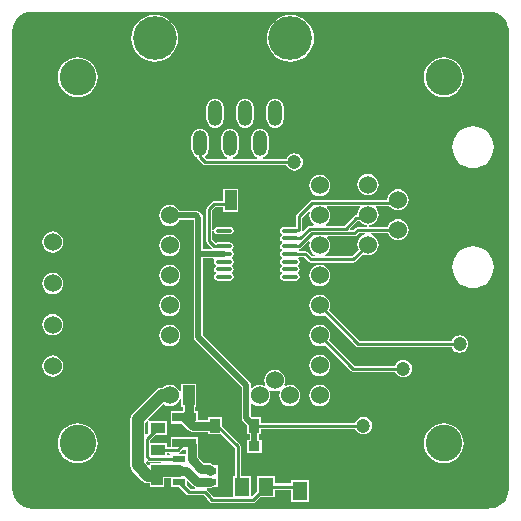
<source format=gbl>
G04*
G04 #@! TF.GenerationSoftware,Altium Limited,CircuitMaker,2.2.0 (2.2.0.5)*
G04*
G04 Layer_Physical_Order=2*
G04 Layer_Color=11436288*
%FSLAX25Y25*%
%MOIN*%
G70*
G04*
G04 #@! TF.SameCoordinates,9A8D6191-CA6A-4FCB-8608-DBD58737C46A*
G04*
G04*
G04 #@! TF.FilePolarity,Positive*
G04*
G01*
G75*
%ADD11C,0.01000*%
%ADD37C,0.01968*%
%ADD38C,0.03937*%
%ADD39C,0.00984*%
%ADD41C,0.06000*%
%ADD42O,0.04724X0.08661*%
%ADD43C,0.14567*%
%ADD44C,0.04724*%
%ADD45C,0.12205*%
%ADD46R,0.04331X0.02362*%
%ADD47R,0.03937X0.06693*%
%ADD48R,0.07874X0.03150*%
%ADD49R,0.05118X0.03543*%
%ADD50R,0.04921X0.06102*%
%ADD51R,0.03583X0.04803*%
%ADD52O,0.05512X0.01378*%
%ADD53R,0.03740X0.03347*%
%ADD54C,0.02953*%
%ADD55C,0.01575*%
%ADD56R,0.04331X0.07480*%
G36*
X258071Y264529D02*
X259312Y264407D01*
X260505Y264045D01*
X261604Y263457D01*
X262568Y262667D01*
X263359Y261703D01*
X263947Y260603D01*
X264309Y259410D01*
X264382Y258669D01*
X264354Y258169D01*
X264357Y258163D01*
X264437Y258084D01*
X264437Y257698D01*
Y105815D01*
X264431Y105315D01*
X264431Y105315D01*
X264431Y105315D01*
X264309Y104074D01*
X263947Y102881D01*
X263359Y101781D01*
X262568Y100818D01*
X261604Y100027D01*
X260505Y99439D01*
X259312Y99077D01*
X258571Y99004D01*
X258071Y99032D01*
X258065Y99029D01*
X257597Y98949D01*
X105315D01*
X105315Y98949D01*
Y98955D01*
X104074Y99077D01*
X102881Y99439D01*
X101781Y100027D01*
X100818Y100818D01*
X100027Y101781D01*
X99439Y102881D01*
X99077Y104074D01*
X99052Y104331D01*
X99032Y104823D01*
X99032Y104823D01*
X98992Y104919D01*
X98949Y105287D01*
Y258169D01*
X98949Y258169D01*
X98955D01*
X99077Y259410D01*
X99439Y260603D01*
X100027Y261703D01*
X100818Y262667D01*
X101781Y263457D01*
X102881Y264045D01*
X104074Y264407D01*
X104331Y264433D01*
X104823Y264453D01*
X104823Y264453D01*
X104919Y264493D01*
X105287Y264535D01*
X258071D01*
X258071Y264529D01*
D02*
G37*
%LPC*%
G36*
X191634Y263561D02*
X190106Y263411D01*
X188636Y262965D01*
X187282Y262241D01*
X186095Y261267D01*
X185121Y260080D01*
X184397Y258726D01*
X183951Y257257D01*
X183801Y255728D01*
X183951Y254200D01*
X184397Y252731D01*
X185121Y251377D01*
X186095Y250190D01*
X187282Y249216D01*
X188636Y248492D01*
X190106Y248046D01*
X191634Y247895D01*
X193162Y248046D01*
X194631Y248492D01*
X195986Y249216D01*
X197173Y250190D01*
X198147Y251377D01*
X198871Y252731D01*
X199316Y254200D01*
X199467Y255728D01*
X199316Y257257D01*
X198871Y258726D01*
X198147Y260080D01*
X197173Y261267D01*
X195986Y262241D01*
X194631Y262965D01*
X193162Y263411D01*
X191634Y263561D01*
D02*
G37*
G36*
X146358D02*
X144830Y263411D01*
X143361Y262965D01*
X142006Y262241D01*
X140819Y261267D01*
X139845Y260080D01*
X139121Y258726D01*
X138676Y257257D01*
X138525Y255728D01*
X138676Y254200D01*
X139121Y252731D01*
X139845Y251377D01*
X140819Y250190D01*
X142006Y249216D01*
X143361Y248492D01*
X144830Y248046D01*
X146358Y247895D01*
X147886Y248046D01*
X149356Y248492D01*
X150710Y249216D01*
X151897Y250190D01*
X152871Y251377D01*
X153595Y252731D01*
X154041Y254200D01*
X154191Y255728D01*
X154041Y257257D01*
X153595Y258726D01*
X152871Y260080D01*
X151897Y261267D01*
X150710Y262241D01*
X149356Y262965D01*
X147886Y263411D01*
X146358Y263561D01*
D02*
G37*
G36*
X242717Y249363D02*
X241420Y249235D01*
X240173Y248857D01*
X239024Y248243D01*
X238017Y247416D01*
X237191Y246409D01*
X236576Y245260D01*
X236198Y244013D01*
X236070Y242717D01*
X236198Y241420D01*
X236576Y240173D01*
X237191Y239024D01*
X238017Y238017D01*
X239024Y237191D01*
X240173Y236576D01*
X241420Y236198D01*
X242717Y236070D01*
X244013Y236198D01*
X245260Y236576D01*
X246409Y237191D01*
X247416Y238017D01*
X248243Y239024D01*
X248857Y240173D01*
X249235Y241420D01*
X249363Y242717D01*
X249235Y244013D01*
X248857Y245260D01*
X248243Y246409D01*
X247416Y247416D01*
X246409Y248243D01*
X245260Y248857D01*
X244013Y249235D01*
X242717Y249363D01*
D02*
G37*
G36*
X120669D02*
X119373Y249235D01*
X118126Y248857D01*
X116977Y248243D01*
X115970Y247416D01*
X115143Y246409D01*
X114529Y245260D01*
X114151Y244013D01*
X114023Y242717D01*
X114151Y241420D01*
X114529Y240173D01*
X115143Y239024D01*
X115970Y238017D01*
X116977Y237191D01*
X118126Y236576D01*
X119373Y236198D01*
X120669Y236070D01*
X121966Y236198D01*
X123213Y236576D01*
X124362Y237191D01*
X125369Y238017D01*
X126195Y239024D01*
X126810Y240173D01*
X127188Y241420D01*
X127315Y242717D01*
X127188Y244013D01*
X126810Y245260D01*
X126195Y246409D01*
X125369Y247416D01*
X124362Y248243D01*
X123213Y248857D01*
X121966Y249235D01*
X120669Y249363D01*
D02*
G37*
G36*
X186496Y235596D02*
X185746Y235497D01*
X185047Y235207D01*
X184446Y234747D01*
X183986Y234146D01*
X183696Y233447D01*
X183597Y232697D01*
Y228760D01*
X183696Y228010D01*
X183986Y227310D01*
X184446Y226710D01*
X185047Y226249D01*
X185746Y225960D01*
X186496Y225861D01*
X187246Y225960D01*
X187945Y226249D01*
X188546Y226710D01*
X189006Y227310D01*
X189296Y228010D01*
X189395Y228760D01*
Y232697D01*
X189296Y233447D01*
X189006Y234146D01*
X188546Y234747D01*
X187945Y235207D01*
X187246Y235497D01*
X186496Y235596D01*
D02*
G37*
G36*
X176496D02*
X175746Y235497D01*
X175047Y235207D01*
X174446Y234747D01*
X173986Y234146D01*
X173696Y233447D01*
X173597Y232697D01*
Y228760D01*
X173696Y228010D01*
X173986Y227310D01*
X174446Y226710D01*
X175047Y226249D01*
X175746Y225960D01*
X176496Y225861D01*
X177246Y225960D01*
X177945Y226249D01*
X178546Y226710D01*
X179006Y227310D01*
X179296Y228010D01*
X179395Y228760D01*
Y232697D01*
X179296Y233447D01*
X179006Y234146D01*
X178546Y234747D01*
X177945Y235207D01*
X177246Y235497D01*
X176496Y235596D01*
D02*
G37*
G36*
X166496D02*
X165746Y235497D01*
X165047Y235207D01*
X164446Y234747D01*
X163986Y234146D01*
X163696Y233447D01*
X163597Y232697D01*
Y228760D01*
X163696Y228010D01*
X163986Y227310D01*
X164446Y226710D01*
X165047Y226249D01*
X165746Y225960D01*
X166496Y225861D01*
X167246Y225960D01*
X167945Y226249D01*
X168546Y226710D01*
X169006Y227310D01*
X169296Y228010D01*
X169395Y228760D01*
Y232697D01*
X169296Y233447D01*
X169006Y234146D01*
X168546Y234747D01*
X167945Y235207D01*
X167246Y235497D01*
X166496Y235596D01*
D02*
G37*
G36*
X181496Y225596D02*
X180746Y225497D01*
X180047Y225207D01*
X179446Y224747D01*
X178986Y224146D01*
X178696Y223447D01*
X178597Y222697D01*
Y218760D01*
X178696Y218010D01*
X178986Y217311D01*
X179446Y216710D01*
X180047Y216249D01*
X180572Y216032D01*
X180473Y215532D01*
X172519D01*
X172420Y216032D01*
X172945Y216249D01*
X173546Y216710D01*
X174006Y217311D01*
X174296Y218010D01*
X174395Y218760D01*
Y222697D01*
X174296Y223447D01*
X174006Y224146D01*
X173546Y224747D01*
X172945Y225207D01*
X172246Y225497D01*
X171496Y225596D01*
X170746Y225497D01*
X170047Y225207D01*
X169446Y224747D01*
X168986Y224146D01*
X168696Y223447D01*
X168597Y222697D01*
Y218760D01*
X168696Y218010D01*
X168986Y217311D01*
X169446Y216710D01*
X170047Y216249D01*
X170572Y216032D01*
X170473Y215532D01*
X163673D01*
X163219Y215986D01*
X163252Y216485D01*
X163546Y216710D01*
X164006Y217311D01*
X164296Y218010D01*
X164395Y218760D01*
Y222697D01*
X164296Y223447D01*
X164006Y224146D01*
X163546Y224747D01*
X162945Y225207D01*
X162246Y225497D01*
X161496Y225596D01*
X160746Y225497D01*
X160047Y225207D01*
X159446Y224747D01*
X158986Y224146D01*
X158696Y223447D01*
X158597Y222697D01*
Y218760D01*
X158696Y218010D01*
X158986Y217311D01*
X159446Y216710D01*
X160047Y216249D01*
X160502Y216061D01*
X160543Y215855D01*
X160766Y215521D01*
X162516Y213771D01*
X162851Y213547D01*
X163246Y213468D01*
X190217D01*
X190390Y213051D01*
X190850Y212450D01*
X191451Y211990D01*
X192150Y211700D01*
X192900Y211601D01*
X193650Y211700D01*
X194349Y211990D01*
X194950Y212450D01*
X195410Y213051D01*
X195700Y213750D01*
X195799Y214500D01*
X195700Y215250D01*
X195410Y215949D01*
X194950Y216550D01*
X194349Y217010D01*
X193650Y217300D01*
X192900Y217399D01*
X192150Y217300D01*
X191451Y217010D01*
X190850Y216550D01*
X190390Y215949D01*
X190217Y215532D01*
X182519D01*
X182420Y216032D01*
X182945Y216249D01*
X183546Y216710D01*
X184006Y217311D01*
X184296Y218010D01*
X184395Y218760D01*
Y222697D01*
X184296Y223447D01*
X184006Y224146D01*
X183546Y224747D01*
X182945Y225207D01*
X182246Y225497D01*
X181496Y225596D01*
D02*
G37*
G36*
X252461Y226352D02*
X251106Y226219D01*
X249804Y225824D01*
X248603Y225182D01*
X247551Y224319D01*
X246688Y223267D01*
X246046Y222066D01*
X245651Y220764D01*
X245518Y219409D01*
X245651Y218055D01*
X246046Y216753D01*
X246688Y215552D01*
X247551Y214500D01*
X248603Y213637D01*
X249804Y212995D01*
X251106Y212600D01*
X252461Y212467D01*
X253815Y212600D01*
X255118Y212995D01*
X256318Y213637D01*
X257370Y214500D01*
X258233Y215552D01*
X258875Y216753D01*
X259270Y218055D01*
X259403Y219409D01*
X259270Y220764D01*
X258875Y222066D01*
X258233Y223267D01*
X257370Y224319D01*
X256318Y225182D01*
X255118Y225824D01*
X253815Y226219D01*
X252461Y226352D01*
D02*
G37*
G36*
X217461Y210471D02*
X216544Y210351D01*
X215690Y209997D01*
X214956Y209434D01*
X214393Y208700D01*
X214039Y207846D01*
X213918Y206929D01*
X214039Y206012D01*
X214393Y205158D01*
X214956Y204425D01*
X215689Y203862D01*
X216544Y203508D01*
X217461Y203387D01*
X218377Y203508D01*
X219232Y203862D01*
X219965Y204425D01*
X220528Y205158D01*
X220882Y206012D01*
X221003Y206929D01*
X220882Y207846D01*
X220528Y208700D01*
X219965Y209434D01*
X219232Y209997D01*
X218377Y210351D01*
X217461Y210471D01*
D02*
G37*
G36*
X201398Y210215D02*
X200481Y210095D01*
X199627Y209741D01*
X198893Y209178D01*
X198330Y208444D01*
X197976Y207590D01*
X197855Y206673D01*
X197976Y205756D01*
X198330Y204902D01*
X198893Y204169D01*
X199627Y203606D01*
X200481Y203252D01*
X201398Y203131D01*
X202314Y203252D01*
X203169Y203606D01*
X203902Y204169D01*
X204465Y204902D01*
X204819Y205756D01*
X204940Y206673D01*
X204819Y207590D01*
X204465Y208444D01*
X203902Y209178D01*
X203169Y209741D01*
X202314Y210095D01*
X201398Y210215D01*
D02*
G37*
G36*
X227461Y205432D02*
X226544Y205311D01*
X225690Y204957D01*
X224956Y204395D01*
X224393Y203661D01*
X224039Y202807D01*
X223929Y201973D01*
X215000D01*
X214992Y201971D01*
X214984Y201973D01*
X198734Y201717D01*
X198545Y201676D01*
X198355Y201638D01*
X198348Y201634D01*
X198340Y201632D01*
X198181Y201522D01*
X198021Y201415D01*
X193647Y197041D01*
X193423Y196706D01*
X193344Y196311D01*
Y192760D01*
X189370D01*
X188901Y192666D01*
X188504Y192401D01*
X188239Y192004D01*
X188146Y191535D01*
X188239Y191067D01*
X188504Y190670D01*
X188701Y190539D01*
Y189973D01*
X188504Y189842D01*
X188239Y189445D01*
X188146Y188976D01*
X188239Y188508D01*
X188504Y188111D01*
X188701Y187979D01*
Y187414D01*
X188504Y187283D01*
X188239Y186886D01*
X188146Y186417D01*
X188239Y185949D01*
X188504Y185552D01*
X188701Y185420D01*
Y184855D01*
X188504Y184724D01*
X188239Y184327D01*
X188146Y183858D01*
X188239Y183390D01*
X188504Y182992D01*
X188701Y182861D01*
Y182296D01*
X188504Y182165D01*
X188239Y181768D01*
X188146Y181299D01*
X188239Y180831D01*
X188504Y180433D01*
X188701Y180302D01*
Y179737D01*
X188504Y179606D01*
X188239Y179209D01*
X188146Y178740D01*
X188239Y178272D01*
X188504Y177875D01*
X188701Y177743D01*
Y177178D01*
X188504Y177047D01*
X188239Y176650D01*
X188146Y176181D01*
X188239Y175713D01*
X188504Y175315D01*
X188901Y175050D01*
X189370Y174957D01*
X193504D01*
X193973Y175050D01*
X194370Y175315D01*
X194635Y175713D01*
X194728Y176181D01*
X194635Y176650D01*
X194370Y177047D01*
X194173Y177178D01*
Y177743D01*
X194370Y177875D01*
X194635Y178272D01*
X194728Y178740D01*
X194635Y179209D01*
X194370Y179606D01*
X194173Y179737D01*
Y180302D01*
X194370Y180433D01*
X194635Y180831D01*
X194728Y181299D01*
X194635Y181768D01*
X194370Y182165D01*
X194173Y182296D01*
X194166Y182374D01*
X194453Y182827D01*
X196073D01*
X197629Y181271D01*
X197963Y181047D01*
X198358Y180968D01*
X212531D01*
X212926Y181047D01*
X213261Y181271D01*
X215804Y183814D01*
X216544Y183508D01*
X217461Y183387D01*
X218377Y183508D01*
X219232Y183862D01*
X219965Y184424D01*
X220528Y185158D01*
X220882Y186012D01*
X221003Y186929D01*
X220882Y187846D01*
X220528Y188700D01*
X219965Y189434D01*
X219232Y189997D01*
X218377Y190351D01*
X218320Y190358D01*
X218353Y190858D01*
X224087D01*
X224393Y190119D01*
X224956Y189385D01*
X225690Y188822D01*
X226544Y188468D01*
X227461Y188348D01*
X228377Y188468D01*
X229232Y188822D01*
X229965Y189385D01*
X230528Y190119D01*
X230882Y190973D01*
X231003Y191890D01*
X230882Y192807D01*
X230528Y193661D01*
X229965Y194395D01*
X229232Y194957D01*
X228377Y195311D01*
X227461Y195432D01*
X226544Y195311D01*
X225690Y194957D01*
X224956Y194395D01*
X224393Y193661D01*
X224087Y192921D01*
X217754D01*
X217722Y193421D01*
X218377Y193508D01*
X219232Y193862D01*
X219965Y194424D01*
X220528Y195158D01*
X220882Y196012D01*
X221003Y196929D01*
X220882Y197846D01*
X220528Y198700D01*
X219984Y199410D01*
X220012Y199582D01*
X220123Y199910D01*
X224553D01*
X224956Y199385D01*
X225690Y198822D01*
X226544Y198468D01*
X227461Y198348D01*
X228377Y198468D01*
X229232Y198822D01*
X229965Y199385D01*
X230528Y200119D01*
X230882Y200973D01*
X231003Y201890D01*
X230882Y202807D01*
X230528Y203661D01*
X229965Y204395D01*
X229232Y204957D01*
X228377Y205311D01*
X227461Y205432D01*
D02*
G37*
G36*
X174142Y205630D02*
X169181D01*
Y201432D01*
X166250D01*
X165855Y201353D01*
X165521Y201130D01*
X163871Y199479D01*
X163647Y199145D01*
X163568Y198750D01*
Y188067D01*
X163647Y187673D01*
X163871Y187338D01*
X165325Y185884D01*
X165118Y185384D01*
X162451D01*
Y195965D01*
X162335Y196548D01*
X162004Y197043D01*
X161295Y197752D01*
X160800Y198082D01*
X160217Y198199D01*
X154567D01*
X154465Y198444D01*
X153902Y199178D01*
X153169Y199741D01*
X152314Y200095D01*
X151398Y200215D01*
X150481Y200095D01*
X149627Y199741D01*
X148893Y199178D01*
X148330Y198444D01*
X147976Y197590D01*
X147855Y196673D01*
X147976Y195756D01*
X148330Y194902D01*
X148893Y194169D01*
X149627Y193606D01*
X150481Y193252D01*
X151398Y193131D01*
X152314Y193252D01*
X153169Y193606D01*
X153902Y194169D01*
X154465Y194902D01*
X154567Y195148D01*
X159400D01*
Y183858D01*
Y156171D01*
X159516Y155587D01*
X159847Y155092D01*
X175376Y139563D01*
Y129063D01*
X175492Y128479D01*
X175823Y127984D01*
X177087Y126721D01*
Y123661D01*
X178101D01*
Y121968D01*
X177244D01*
Y117598D01*
X182008D01*
Y121968D01*
X181151D01*
Y123661D01*
X181693D01*
Y125543D01*
X213216D01*
X213390Y125125D01*
X213850Y124525D01*
X214451Y124064D01*
X215150Y123775D01*
X215900Y123676D01*
X216650Y123775D01*
X217349Y124064D01*
X217950Y124525D01*
X218410Y125125D01*
X218700Y125824D01*
X218799Y126575D01*
X218700Y127325D01*
X218410Y128024D01*
X217950Y128625D01*
X217349Y129085D01*
X216650Y129375D01*
X215900Y129474D01*
X215150Y129375D01*
X214451Y129085D01*
X213850Y128625D01*
X213390Y128024D01*
X213216Y127606D01*
X181693D01*
Y129488D01*
X178634D01*
X178427Y129695D01*
Y134010D01*
X178689Y134099D01*
X178927Y134142D01*
X179627Y133606D01*
X180481Y133252D01*
X181398Y133131D01*
X182314Y133252D01*
X183169Y133606D01*
X183902Y134169D01*
X184465Y134902D01*
X184819Y135756D01*
X184940Y136673D01*
X184819Y137590D01*
X184622Y138066D01*
X185004Y138449D01*
X185481Y138252D01*
X186398Y138131D01*
X187314Y138252D01*
X187791Y138449D01*
X188174Y138066D01*
X187976Y137590D01*
X187856Y136673D01*
X187976Y135756D01*
X188330Y134902D01*
X188893Y134169D01*
X189627Y133606D01*
X190481Y133252D01*
X191398Y133131D01*
X192314Y133252D01*
X193169Y133606D01*
X193902Y134169D01*
X194465Y134902D01*
X194819Y135756D01*
X194940Y136673D01*
X194819Y137590D01*
X194465Y138444D01*
X193902Y139178D01*
X193169Y139741D01*
X192314Y140095D01*
X191398Y140215D01*
X190481Y140095D01*
X190004Y139897D01*
X189622Y140280D01*
X189819Y140756D01*
X189940Y141673D01*
X189819Y142590D01*
X189465Y143444D01*
X188902Y144178D01*
X188169Y144741D01*
X187314Y145095D01*
X186398Y145215D01*
X185481Y145095D01*
X184626Y144741D01*
X183893Y144178D01*
X183330Y143444D01*
X182976Y142590D01*
X182855Y141673D01*
X182976Y140756D01*
X183174Y140280D01*
X182791Y139897D01*
X182314Y140095D01*
X181398Y140215D01*
X180481Y140095D01*
X179627Y139741D01*
X178927Y139204D01*
X178689Y139247D01*
X178427Y139336D01*
Y140194D01*
X178311Y140778D01*
X177980Y141273D01*
X162451Y156803D01*
Y182333D01*
X165968D01*
X166235Y181833D01*
X166192Y181768D01*
X166099Y181299D01*
X166192Y180831D01*
X166457Y180433D01*
X166653Y180302D01*
Y179737D01*
X166457Y179606D01*
X166192Y179209D01*
X166099Y178740D01*
X166192Y178272D01*
X166457Y177875D01*
X166653Y177743D01*
Y177178D01*
X166457Y177047D01*
X166192Y176650D01*
X166099Y176181D01*
X166192Y175713D01*
X166457Y175315D01*
X166854Y175050D01*
X167323Y174957D01*
X171457D01*
X171925Y175050D01*
X172322Y175315D01*
X172588Y175713D01*
X172681Y176181D01*
X172588Y176650D01*
X172322Y177047D01*
X172126Y177178D01*
Y177743D01*
X172322Y177875D01*
X172588Y178272D01*
X172681Y178740D01*
X172588Y179209D01*
X172322Y179606D01*
X172126Y179737D01*
Y180302D01*
X172322Y180433D01*
X172588Y180831D01*
X172681Y181299D01*
X172588Y181768D01*
X172322Y182165D01*
X172126Y182296D01*
Y182861D01*
X172322Y182992D01*
X172588Y183390D01*
X172681Y183858D01*
X172588Y184327D01*
X172322Y184724D01*
X172126Y184855D01*
Y185420D01*
X172322Y185552D01*
X172588Y185949D01*
X172681Y186417D01*
X172588Y186886D01*
X172322Y187283D01*
X171925Y187548D01*
X171457Y187642D01*
X167323D01*
X166854Y187548D01*
X166706Y187449D01*
X166677D01*
X165632Y188495D01*
Y191320D01*
X166132Y191369D01*
X166160Y191227D01*
X166192Y191067D01*
X166457Y190670D01*
X166854Y190404D01*
X167323Y190311D01*
X171457D01*
X171925Y190404D01*
X172322Y190670D01*
X172588Y191067D01*
X172681Y191535D01*
X172588Y192004D01*
X172322Y192401D01*
X171925Y192666D01*
X171457Y192760D01*
X167323D01*
X166854Y192666D01*
X166457Y192401D01*
X166192Y192004D01*
X166132Y191702D01*
X165632Y191751D01*
Y198323D01*
X166677Y199368D01*
X169181D01*
Y197913D01*
X174142D01*
Y205630D01*
D02*
G37*
G36*
X112402Y191337D02*
X111485Y191217D01*
X110631Y190863D01*
X109897Y190300D01*
X109334Y189566D01*
X108980Y188712D01*
X108860Y187795D01*
X108980Y186878D01*
X109334Y186024D01*
X109897Y185291D01*
X110631Y184728D01*
X111485Y184374D01*
X112402Y184253D01*
X113318Y184374D01*
X114173Y184728D01*
X114906Y185291D01*
X115469Y186024D01*
X115823Y186878D01*
X115944Y187795D01*
X115823Y188712D01*
X115469Y189566D01*
X114906Y190300D01*
X114173Y190863D01*
X113318Y191217D01*
X112402Y191337D01*
D02*
G37*
G36*
X151398Y190215D02*
X150481Y190095D01*
X149627Y189741D01*
X148893Y189178D01*
X148330Y188444D01*
X147976Y187590D01*
X147855Y186673D01*
X147976Y185756D01*
X148330Y184902D01*
X148893Y184169D01*
X149627Y183606D01*
X150481Y183252D01*
X151398Y183131D01*
X152314Y183252D01*
X153169Y183606D01*
X153902Y184169D01*
X154465Y184902D01*
X154819Y185756D01*
X154940Y186673D01*
X154819Y187590D01*
X154465Y188444D01*
X153902Y189178D01*
X153169Y189741D01*
X152314Y190095D01*
X151398Y190215D01*
D02*
G37*
G36*
X201398Y180215D02*
X200481Y180095D01*
X199627Y179741D01*
X198893Y179178D01*
X198330Y178444D01*
X197976Y177590D01*
X197855Y176673D01*
X197976Y175756D01*
X198330Y174902D01*
X198893Y174169D01*
X199627Y173606D01*
X200481Y173252D01*
X201398Y173131D01*
X202314Y173252D01*
X203169Y173606D01*
X203902Y174169D01*
X204465Y174902D01*
X204819Y175756D01*
X204940Y176673D01*
X204819Y177590D01*
X204465Y178444D01*
X203902Y179178D01*
X203169Y179741D01*
X202314Y180095D01*
X201398Y180215D01*
D02*
G37*
G36*
X151398D02*
X150481Y180095D01*
X149627Y179741D01*
X148893Y179178D01*
X148330Y178444D01*
X147976Y177590D01*
X147855Y176673D01*
X147976Y175756D01*
X148330Y174902D01*
X148893Y174169D01*
X149627Y173606D01*
X150481Y173252D01*
X151398Y173131D01*
X152314Y173252D01*
X153169Y173606D01*
X153902Y174169D01*
X154465Y174902D01*
X154819Y175756D01*
X154940Y176673D01*
X154819Y177590D01*
X154465Y178444D01*
X153902Y179178D01*
X153169Y179741D01*
X152314Y180095D01*
X151398Y180215D01*
D02*
G37*
G36*
X252461Y186352D02*
X251106Y186219D01*
X249804Y185824D01*
X248603Y185182D01*
X247551Y184319D01*
X246688Y183267D01*
X246046Y182066D01*
X245651Y180764D01*
X245518Y179409D01*
X245651Y178055D01*
X246046Y176752D01*
X246688Y175552D01*
X247551Y174500D01*
X248603Y173637D01*
X249804Y172995D01*
X251106Y172600D01*
X252461Y172467D01*
X253815Y172600D01*
X255118Y172995D01*
X256318Y173637D01*
X257370Y174500D01*
X258233Y175552D01*
X258875Y176752D01*
X259270Y178055D01*
X259403Y179409D01*
X259270Y180764D01*
X258875Y182066D01*
X258233Y183267D01*
X257370Y184319D01*
X256318Y185182D01*
X255118Y185824D01*
X253815Y186219D01*
X252461Y186352D01*
D02*
G37*
G36*
X112402Y177558D02*
X111485Y177437D01*
X110631Y177083D01*
X109897Y176521D01*
X109334Y175787D01*
X108980Y174933D01*
X108860Y174016D01*
X108980Y173099D01*
X109334Y172245D01*
X109897Y171511D01*
X110631Y170948D01*
X111485Y170594D01*
X112402Y170474D01*
X113318Y170594D01*
X114173Y170948D01*
X114906Y171511D01*
X115469Y172245D01*
X115823Y173099D01*
X115944Y174016D01*
X115823Y174933D01*
X115469Y175787D01*
X114906Y176521D01*
X114173Y177083D01*
X113318Y177437D01*
X112402Y177558D01*
D02*
G37*
G36*
X151398Y170215D02*
X150481Y170095D01*
X149627Y169741D01*
X148893Y169178D01*
X148330Y168444D01*
X147976Y167590D01*
X147855Y166673D01*
X147976Y165756D01*
X148330Y164902D01*
X148893Y164169D01*
X149627Y163606D01*
X150481Y163252D01*
X151398Y163131D01*
X152314Y163252D01*
X153169Y163606D01*
X153902Y164169D01*
X154465Y164902D01*
X154819Y165756D01*
X154940Y166673D01*
X154819Y167590D01*
X154465Y168444D01*
X153902Y169178D01*
X153169Y169741D01*
X152314Y170095D01*
X151398Y170215D01*
D02*
G37*
G36*
X112402Y163778D02*
X111485Y163658D01*
X110631Y163304D01*
X109897Y162741D01*
X109334Y162007D01*
X108980Y161153D01*
X108860Y160236D01*
X108980Y159319D01*
X109334Y158465D01*
X109897Y157731D01*
X110631Y157169D01*
X111485Y156815D01*
X112402Y156694D01*
X113318Y156815D01*
X114173Y157169D01*
X114906Y157731D01*
X115469Y158465D01*
X115823Y159319D01*
X115944Y160236D01*
X115823Y161153D01*
X115469Y162007D01*
X114906Y162741D01*
X114173Y163304D01*
X113318Y163658D01*
X112402Y163778D01*
D02*
G37*
G36*
X151398Y160215D02*
X150481Y160095D01*
X149627Y159741D01*
X148893Y159178D01*
X148330Y158444D01*
X147976Y157590D01*
X147855Y156673D01*
X147976Y155756D01*
X148330Y154902D01*
X148893Y154169D01*
X149627Y153606D01*
X150481Y153252D01*
X151398Y153131D01*
X152314Y153252D01*
X153169Y153606D01*
X153902Y154169D01*
X154465Y154902D01*
X154819Y155756D01*
X154940Y156673D01*
X154819Y157590D01*
X154465Y158444D01*
X153902Y159178D01*
X153169Y159741D01*
X152314Y160095D01*
X151398Y160215D01*
D02*
G37*
G36*
X201398Y170215D02*
X200481Y170095D01*
X199627Y169741D01*
X198893Y169178D01*
X198330Y168444D01*
X197976Y167590D01*
X197855Y166673D01*
X197976Y165756D01*
X198330Y164902D01*
X198893Y164169D01*
X199627Y163606D01*
X200481Y163252D01*
X201398Y163131D01*
X202314Y163252D01*
X203054Y163558D01*
X213541Y153070D01*
X213876Y152847D01*
X214271Y152768D01*
X245317D01*
X245490Y152351D01*
X245950Y151750D01*
X246551Y151290D01*
X247250Y151000D01*
X248000Y150901D01*
X248750Y151000D01*
X249449Y151290D01*
X250050Y151750D01*
X250510Y152351D01*
X250800Y153050D01*
X250899Y153800D01*
X250800Y154550D01*
X250510Y155249D01*
X250050Y155850D01*
X249449Y156310D01*
X248750Y156600D01*
X248000Y156699D01*
X247250Y156600D01*
X246551Y156310D01*
X245950Y155850D01*
X245490Y155249D01*
X245317Y154832D01*
X214698D01*
X204513Y165017D01*
X204819Y165756D01*
X204940Y166673D01*
X204819Y167590D01*
X204465Y168444D01*
X203902Y169178D01*
X203169Y169741D01*
X202314Y170095D01*
X201398Y170215D01*
D02*
G37*
G36*
Y150215D02*
X200481Y150095D01*
X199627Y149741D01*
X198893Y149178D01*
X198330Y148444D01*
X197976Y147590D01*
X197855Y146673D01*
X197976Y145756D01*
X198330Y144902D01*
X198893Y144169D01*
X199627Y143606D01*
X200481Y143252D01*
X201398Y143131D01*
X202314Y143252D01*
X203169Y143606D01*
X203902Y144169D01*
X204465Y144902D01*
X204819Y145756D01*
X204940Y146673D01*
X204819Y147590D01*
X204465Y148444D01*
X203902Y149178D01*
X203169Y149741D01*
X202314Y150095D01*
X201398Y150215D01*
D02*
G37*
G36*
X112402Y149999D02*
X111485Y149878D01*
X110631Y149524D01*
X109897Y148961D01*
X109334Y148228D01*
X108980Y147373D01*
X108860Y146457D01*
X108980Y145540D01*
X109334Y144685D01*
X109897Y143952D01*
X110631Y143389D01*
X111485Y143035D01*
X112402Y142914D01*
X113318Y143035D01*
X114173Y143389D01*
X114906Y143952D01*
X115469Y144685D01*
X115823Y145540D01*
X115944Y146457D01*
X115823Y147373D01*
X115469Y148228D01*
X114906Y148961D01*
X114173Y149524D01*
X113318Y149878D01*
X112402Y149999D01*
D02*
G37*
G36*
X201398Y160215D02*
X200481Y160095D01*
X199627Y159741D01*
X198893Y159178D01*
X198330Y158444D01*
X197976Y157590D01*
X197855Y156673D01*
X197976Y155756D01*
X198330Y154902D01*
X198893Y154169D01*
X199627Y153606D01*
X200481Y153252D01*
X201398Y153131D01*
X202314Y153252D01*
X203054Y153558D01*
X211741Y144870D01*
X212076Y144647D01*
X212471Y144568D01*
X226517D01*
X226690Y144151D01*
X227150Y143550D01*
X227751Y143090D01*
X228450Y142800D01*
X229200Y142701D01*
X229950Y142800D01*
X230649Y143090D01*
X231250Y143550D01*
X231710Y144151D01*
X232000Y144850D01*
X232099Y145600D01*
X232000Y146350D01*
X231710Y147049D01*
X231250Y147650D01*
X230649Y148110D01*
X229950Y148400D01*
X229200Y148499D01*
X228450Y148400D01*
X227751Y148110D01*
X227150Y147650D01*
X226690Y147049D01*
X226517Y146632D01*
X212898D01*
X204513Y155017D01*
X204819Y155756D01*
X204940Y156673D01*
X204819Y157590D01*
X204465Y158444D01*
X203902Y159178D01*
X203169Y159741D01*
X202314Y160095D01*
X201398Y160215D01*
D02*
G37*
G36*
X160226Y140532D02*
X155266D01*
Y137818D01*
X154766Y137719D01*
X154465Y138444D01*
X153902Y139178D01*
X153169Y139741D01*
X152314Y140095D01*
X151398Y140215D01*
X150481Y140095D01*
X149627Y139741D01*
X148925Y139202D01*
X148681D01*
X147713Y139010D01*
X146893Y138461D01*
X138889Y130457D01*
X138341Y129637D01*
X138148Y128669D01*
Y113358D01*
X138341Y112390D01*
X138889Y111570D01*
X142306Y108153D01*
X143127Y107605D01*
X144095Y107412D01*
X144653D01*
Y106280D01*
X149614D01*
Y109042D01*
X149658Y109085D01*
X151654D01*
Y106181D01*
X154576D01*
X156934Y103823D01*
X157266Y103602D01*
X157658Y103524D01*
X162658D01*
X163806Y102375D01*
X163877Y102018D01*
X164099Y101686D01*
X164618Y101167D01*
X164950Y100945D01*
X165342Y100867D01*
X179017D01*
X179408Y100945D01*
X179741Y101167D01*
X181310Y102736D01*
X186398D01*
Y105276D01*
X191742D01*
Y101211D01*
X197687D01*
Y108337D01*
X191742D01*
Y107323D01*
X186398D01*
Y109862D01*
X180453D01*
Y104774D01*
X178827Y103148D01*
X178327Y103356D01*
Y109862D01*
X175039D01*
Y119685D01*
X174961Y120077D01*
X174740Y120409D01*
X168780Y126369D01*
Y129488D01*
X164173D01*
Y128602D01*
X160748D01*
Y131417D01*
X159773D01*
Y132815D01*
X160226D01*
Y140532D01*
D02*
G37*
G36*
X201398Y140215D02*
X200481Y140095D01*
X199627Y139741D01*
X198893Y139178D01*
X198330Y138444D01*
X197976Y137590D01*
X197855Y136673D01*
X197976Y135756D01*
X198330Y134902D01*
X198893Y134169D01*
X199627Y133606D01*
X200481Y133252D01*
X201398Y133131D01*
X202314Y133252D01*
X203169Y133606D01*
X203902Y134169D01*
X204465Y134902D01*
X204819Y135756D01*
X204940Y136673D01*
X204819Y137590D01*
X204465Y138444D01*
X203902Y139178D01*
X203169Y139741D01*
X202314Y140095D01*
X201398Y140215D01*
D02*
G37*
G36*
X242717Y127315D02*
X241420Y127188D01*
X240173Y126810D01*
X239024Y126195D01*
X238017Y125369D01*
X237191Y124362D01*
X236576Y123213D01*
X236198Y121966D01*
X236070Y120669D01*
X236198Y119373D01*
X236576Y118126D01*
X237191Y116977D01*
X238017Y115970D01*
X239024Y115143D01*
X240173Y114529D01*
X241420Y114151D01*
X242717Y114023D01*
X244013Y114151D01*
X245260Y114529D01*
X246409Y115143D01*
X247416Y115970D01*
X248243Y116977D01*
X248857Y118126D01*
X249235Y119373D01*
X249363Y120669D01*
X249235Y121966D01*
X248857Y123213D01*
X248243Y124362D01*
X247416Y125369D01*
X246409Y126195D01*
X245260Y126810D01*
X244013Y127188D01*
X242717Y127315D01*
D02*
G37*
G36*
X120669D02*
X119373Y127188D01*
X118126Y126810D01*
X116977Y126195D01*
X115970Y125369D01*
X115143Y124362D01*
X114529Y123213D01*
X114151Y121966D01*
X114023Y120669D01*
X114151Y119373D01*
X114529Y118126D01*
X115143Y116977D01*
X115970Y115970D01*
X116977Y115143D01*
X118126Y114529D01*
X119373Y114151D01*
X120669Y114023D01*
X121966Y114151D01*
X123213Y114529D01*
X124362Y115143D01*
X125369Y115970D01*
X126195Y116977D01*
X126810Y118126D01*
X127188Y119373D01*
X127315Y120669D01*
X127188Y121966D01*
X126810Y123213D01*
X126195Y124362D01*
X125369Y125369D01*
X124362Y126195D01*
X123213Y126810D01*
X121966Y127188D01*
X120669Y127315D01*
D02*
G37*
%LPD*%
G36*
X214917Y199523D02*
X214936Y199408D01*
X214393Y198700D01*
X214039Y197846D01*
X213918Y196929D01*
X213745Y196732D01*
X213503D01*
X213108Y196653D01*
X212773Y196430D01*
X209573Y193229D01*
X203499D01*
X203329Y193729D01*
X203902Y194169D01*
X204465Y194902D01*
X204819Y195756D01*
X204940Y196673D01*
X204819Y197590D01*
X204465Y198444D01*
X203902Y199178D01*
X203794Y199261D01*
X203951Y199735D01*
X214749Y199906D01*
X214917Y199523D01*
D02*
G37*
G36*
X214956Y194424D02*
X215689Y193862D01*
X216544Y193508D01*
X217200Y193421D01*
X217167Y192921D01*
X214171D01*
X213776Y192843D01*
X213441Y192619D01*
X212539Y191717D01*
X211632D01*
X211440Y192179D01*
X213930Y194668D01*
X214769D01*
X214956Y194424D01*
D02*
G37*
G36*
X198086Y197855D02*
X197976Y197590D01*
X197855Y196673D01*
X197976Y195756D01*
X198330Y194902D01*
X198893Y194169D01*
X199466Y193729D01*
X199296Y193229D01*
X197997D01*
X197602Y193150D01*
X197268Y192927D01*
X195887Y191546D01*
X195583Y191644D01*
X195408Y191774D01*
Y195884D01*
X197662Y198138D01*
X198086Y197855D01*
D02*
G37*
G36*
X216601Y190358D02*
X216544Y190351D01*
X215690Y189997D01*
X214956Y189434D01*
X214393Y188700D01*
X214039Y187846D01*
X213918Y186929D01*
X214039Y186012D01*
X214346Y185273D01*
X212104Y183032D01*
X203089D01*
X202990Y183532D01*
X203169Y183606D01*
X203902Y184169D01*
X204465Y184902D01*
X204819Y185756D01*
X204940Y186673D01*
X204819Y187590D01*
X204465Y188444D01*
X203921Y189154D01*
X203949Y189326D01*
X204060Y189654D01*
X212966D01*
X213361Y189732D01*
X213696Y189956D01*
X214598Y190858D01*
X216568D01*
X216601Y190358D01*
D02*
G37*
G36*
X198086Y187855D02*
X197976Y187590D01*
X197855Y186673D01*
X197976Y185756D01*
X198330Y184902D01*
X198893Y184169D01*
X199627Y183606D01*
X199805Y183532D01*
X199706Y183032D01*
X198785D01*
X197230Y184588D01*
X196895Y184811D01*
X196500Y184890D01*
X194492D01*
X194482Y185386D01*
X194877Y185464D01*
X195212Y185688D01*
X197662Y188138D01*
X198086Y187855D01*
D02*
G37*
G36*
X155266Y135528D02*
Y132815D01*
X155719D01*
Y131617D01*
X155519Y131417D01*
X151850D01*
Y127244D01*
X155519D01*
X157622Y125141D01*
X158279Y124702D01*
X159055Y124548D01*
X164173D01*
Y123661D01*
X168592D01*
X172992Y119261D01*
Y109862D01*
X172382D01*
Y102914D01*
X165825D01*
X165769Y103198D01*
X165547Y103530D01*
X163805Y105271D01*
X163692Y105347D01*
X163844Y105847D01*
X164961D01*
X165736Y106001D01*
X166006Y106181D01*
X167638D01*
Y109567D01*
X167638D01*
Y109921D01*
X167638D01*
Y113307D01*
X166135D01*
X165823Y113618D01*
X165165Y114058D01*
X164390Y114212D01*
X162811D01*
X160787Y116237D01*
Y120276D01*
X160748Y120471D01*
Y122756D01*
X151850D01*
Y119429D01*
X150413D01*
Y120689D01*
X144673D01*
Y121769D01*
X146507Y123602D01*
X150413D01*
Y128169D01*
X144461D01*
X144241Y128656D01*
X149380Y133795D01*
X149627Y133606D01*
X150481Y133252D01*
X151398Y133131D01*
X152314Y133252D01*
X153169Y133606D01*
X153902Y134169D01*
X154465Y134902D01*
X154766Y135628D01*
X155266Y135528D01*
D02*
G37*
G36*
X144272Y127980D02*
Y124263D01*
X143668Y123659D01*
X143206Y123850D01*
Y127622D01*
X143784Y128200D01*
X144272Y127980D01*
D02*
G37*
G36*
X156733Y117047D02*
X154710D01*
X154558Y117547D01*
X154759Y117682D01*
X155660Y118583D01*
X156733D01*
Y117047D01*
D02*
G37*
G36*
X151480Y116960D02*
X151386Y116654D01*
X150413D01*
Y117382D01*
X151128D01*
X151480Y116960D01*
D02*
G37*
G36*
X143976Y114684D02*
X144368Y114606D01*
X148376D01*
X148425Y114106D01*
X147871Y113996D01*
X144653D01*
Y113612D01*
X144192Y113420D01*
X143353Y114259D01*
X143401Y114490D01*
X143953Y114699D01*
X143976Y114684D01*
D02*
G37*
G36*
X159196Y106441D02*
X159750Y106071D01*
X159650Y105571D01*
X158081D01*
X157008Y106644D01*
Y107976D01*
X157470Y108167D01*
X159196Y106441D01*
D02*
G37*
D11*
X213503Y195700D02*
X217461D01*
X215000Y200941D02*
X227461D01*
X166250Y200400D02*
X171661D01*
X182567Y202197D02*
Y205356D01*
Y201772D02*
Y202197D01*
X174627Y206673D02*
X181250D01*
X151398D02*
X174627D01*
X214171Y191890D02*
X227461D01*
X212966Y190685D02*
X214171Y191890D01*
X198750Y190685D02*
X212966D01*
X194482Y186417D02*
X198750Y190685D01*
X191437Y186417D02*
X194482D01*
X217461Y195700D02*
Y196929D01*
X210000Y192197D02*
X213503Y195700D01*
X197997Y192197D02*
X210000D01*
X194776Y188976D02*
X197997Y192197D01*
X191437Y188976D02*
X194776D01*
X227461Y200941D02*
Y201890D01*
X198750Y200685D02*
X215000Y200941D01*
X194376Y196311D02*
X198750Y200685D01*
X194376Y191700D02*
Y196311D01*
X191437Y191535D02*
X194376Y191700D01*
X179390Y126575D02*
X215900D01*
X163246Y214500D02*
X192900D01*
X161496Y216250D02*
X163246Y214500D01*
X161496Y216250D02*
Y220728D01*
X227461Y207811D02*
Y211890D01*
X222103Y202453D02*
X227461Y207811D01*
X206753Y202453D02*
X222103D01*
X182567Y202197D02*
X206753Y202453D01*
X179626Y114469D02*
X205046D01*
X212471Y145600D02*
X229200D01*
X201398Y156673D02*
X212471Y145600D01*
X181250Y206673D02*
X182567Y205356D01*
X214271Y153800D02*
X248000D01*
X201398Y166673D02*
X214271Y153800D01*
X191437Y183858D02*
X196500D01*
X198358Y182000D01*
X212531D01*
X217461Y186929D01*
X171661Y200400D02*
Y201772D01*
X164600Y198750D02*
X166250Y200400D01*
X164600Y188067D02*
Y198750D01*
Y188067D02*
X166250Y186417D01*
X169390D01*
Y188976D02*
X172500D01*
X174700Y191176D01*
Y206600D01*
X174627Y206673D02*
X174700Y206600D01*
D37*
X205046Y104751D02*
Y114469D01*
X203937Y103642D02*
X205046Y104751D01*
X176901Y129063D02*
X179390Y126575D01*
X176901Y129063D02*
Y140194D01*
X160925Y156171D02*
X176901Y140194D01*
X160925Y156171D02*
Y183858D01*
Y195965D01*
Y183858D02*
X169390D01*
X151398Y196673D02*
X160217D01*
X160925Y195965D01*
X179390Y126575D02*
X179626Y126339D01*
Y119783D02*
Y126339D01*
D38*
X140677Y113358D02*
X144095Y109941D01*
X140677Y128669D02*
X148681Y136673D01*
X140677Y113358D02*
Y128669D01*
X136228Y110138D02*
Y131504D01*
X154331Y111535D02*
Y111614D01*
X148681Y136673D02*
X151398D01*
X148610Y111614D02*
X154331D01*
X147134Y110138D02*
X148610Y111614D01*
X144095Y109941D02*
X146937D01*
X136228Y110138D02*
X144791Y101575D01*
X146937Y109941D02*
X147134Y110138D01*
X144791Y101575D02*
X161850D01*
X158651Y146673D02*
X168651Y136673D01*
X151398Y146673D02*
X158651D01*
X136228Y131504D02*
X151398Y146673D01*
D39*
X143650Y122193D02*
X147343Y125886D01*
X143650Y116348D02*
Y122193D01*
Y116348D02*
X144368Y115630D01*
X154331D01*
X156299Y120669D02*
X157185D01*
X154035Y118405D02*
X156299Y120669D01*
X147343Y118405D02*
X154035D01*
X154331Y115354D02*
Y115630D01*
X166476Y126575D02*
X167126D01*
X174016Y119685D01*
Y107638D02*
Y119685D01*
Y107638D02*
X175354Y106299D01*
X179017Y101891D02*
X183425Y106299D01*
X165342Y101891D02*
X179017D01*
X164823Y102410D02*
X165342Y101891D01*
X164823Y102410D02*
Y102806D01*
X163082Y104547D02*
X164823Y102806D01*
X157658Y104547D02*
X163082D01*
X154331Y107874D02*
X157658Y104547D01*
X193189Y106299D02*
X194715Y104774D01*
X183425Y106299D02*
X193189D01*
D41*
X151398Y206673D02*
D03*
Y196673D02*
D03*
Y186673D02*
D03*
Y176673D02*
D03*
Y166673D02*
D03*
Y156673D02*
D03*
Y146673D02*
D03*
Y136673D02*
D03*
X201398D02*
D03*
Y146673D02*
D03*
Y156673D02*
D03*
Y166673D02*
D03*
Y176673D02*
D03*
Y186673D02*
D03*
Y196673D02*
D03*
Y206673D02*
D03*
X191398Y136673D02*
D03*
X181398D02*
D03*
X186398Y141673D02*
D03*
X112402Y146457D02*
D03*
Y160236D02*
D03*
Y174016D02*
D03*
Y187795D02*
D03*
X227461Y191890D02*
D03*
X217461Y186929D02*
D03*
X227461Y201890D02*
D03*
X217461Y196929D02*
D03*
X227461Y211890D02*
D03*
X217461Y206929D02*
D03*
D42*
X181496Y220728D02*
D03*
X171496D02*
D03*
X151496D02*
D03*
X161496D02*
D03*
X156496Y230728D02*
D03*
X166496D02*
D03*
X186496D02*
D03*
X176496D02*
D03*
D43*
X146358Y255728D02*
D03*
X191634D02*
D03*
D44*
X164764Y119980D02*
D03*
X215900Y126575D02*
D03*
X192900Y214500D02*
D03*
X205046Y114469D02*
D03*
X229200Y145600D02*
D03*
X248000Y153800D02*
D03*
D45*
X120669Y120669D02*
D03*
X242717D02*
D03*
X120669Y242717D02*
D03*
X242717D02*
D03*
D46*
X154331Y111614D02*
D03*
X164961Y115354D02*
D03*
Y111614D02*
D03*
Y107874D02*
D03*
X154331D02*
D03*
Y115354D02*
D03*
D47*
X168651Y136673D02*
D03*
X157746D02*
D03*
X136228Y110138D02*
D03*
X147134D02*
D03*
X182567Y201772D02*
D03*
X171661D02*
D03*
D48*
X156299Y120669D02*
D03*
Y129331D02*
D03*
D49*
X147343Y118405D02*
D03*
Y125886D02*
D03*
D50*
X183425Y106299D02*
D03*
X175354D02*
D03*
X202785Y104774D02*
D03*
X194715D02*
D03*
D51*
X166476Y126575D02*
D03*
X179390D02*
D03*
D52*
X191437Y191535D02*
D03*
Y188976D02*
D03*
Y186417D02*
D03*
Y183858D02*
D03*
Y181299D02*
D03*
Y178740D02*
D03*
Y176181D02*
D03*
X169390Y191535D02*
D03*
Y188976D02*
D03*
Y186417D02*
D03*
Y183858D02*
D03*
Y181299D02*
D03*
Y178740D02*
D03*
Y176181D02*
D03*
D53*
X179626Y114469D02*
D03*
Y119783D02*
D03*
D54*
X156299Y129331D02*
X157746Y130777D01*
X159055Y126575D02*
X166476D01*
X156299Y129331D02*
X159055Y126575D01*
X157746Y130777D02*
Y136673D01*
X158612Y120423D02*
X158760Y120276D01*
Y115354D02*
Y120276D01*
Y115354D02*
X158802D01*
X161972Y112185D01*
X164390D01*
X164961Y111614D01*
X156968Y111535D02*
X160630Y107874D01*
X154331Y111535D02*
X156968D01*
X160630Y107874D02*
X164961D01*
D55*
X164600Y100099D02*
X200395D01*
X163125Y101575D02*
X164600Y100099D01*
X200395D02*
X203937Y103642D01*
X161850Y101575D02*
X163125D01*
D56*
X164961Y117913D02*
D03*
M02*

</source>
